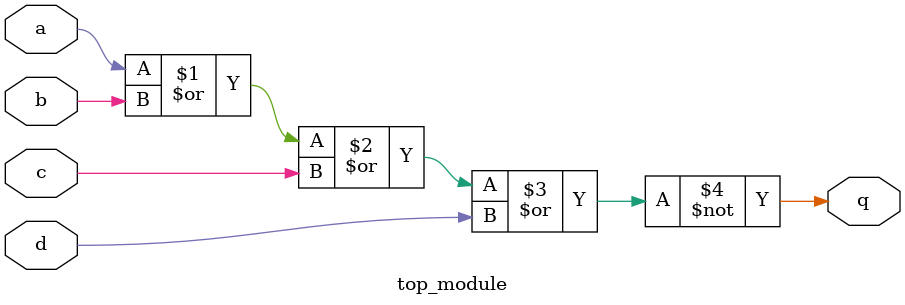
<source format=sv>
module top_module (
	input a, 
	input b, 
	input c, 
	input d,
	output q
);

	assign q = ~(a | b | c | d);

endmodule

</source>
